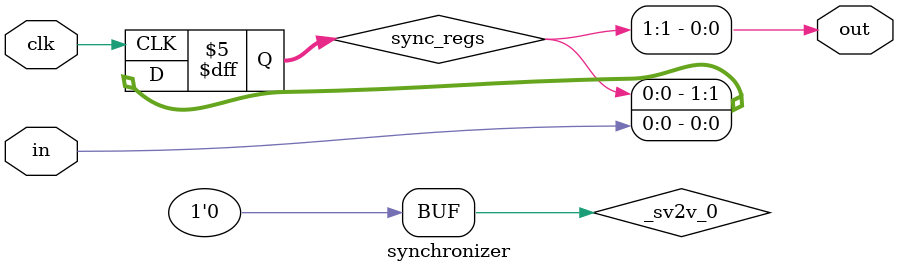
<source format=v>
`default_nettype none
module synchronizer (
	clk,
	in,
	out
);
	reg _sv2v_0;
	parameter DATA_WIDTH = 1;
	input wire clk;
	input wire [DATA_WIDTH - 1:0] in;
	output reg [DATA_WIDTH - 1:0] out;
	(* ASYNC_REG = "TRUE" *) reg [(2 * DATA_WIDTH) - 1:0] sync_regs = 0;
	always @(posedge clk) {sync_regs[DATA_WIDTH+:DATA_WIDTH], sync_regs[0+:DATA_WIDTH]} <= {sync_regs[0+:DATA_WIDTH], in};
	always @(*) begin
		if (_sv2v_0)
			;
		out = sync_regs[DATA_WIDTH+:DATA_WIDTH];
	end
	initial _sv2v_0 = 0;
endmodule
`default_nettype wire

</source>
